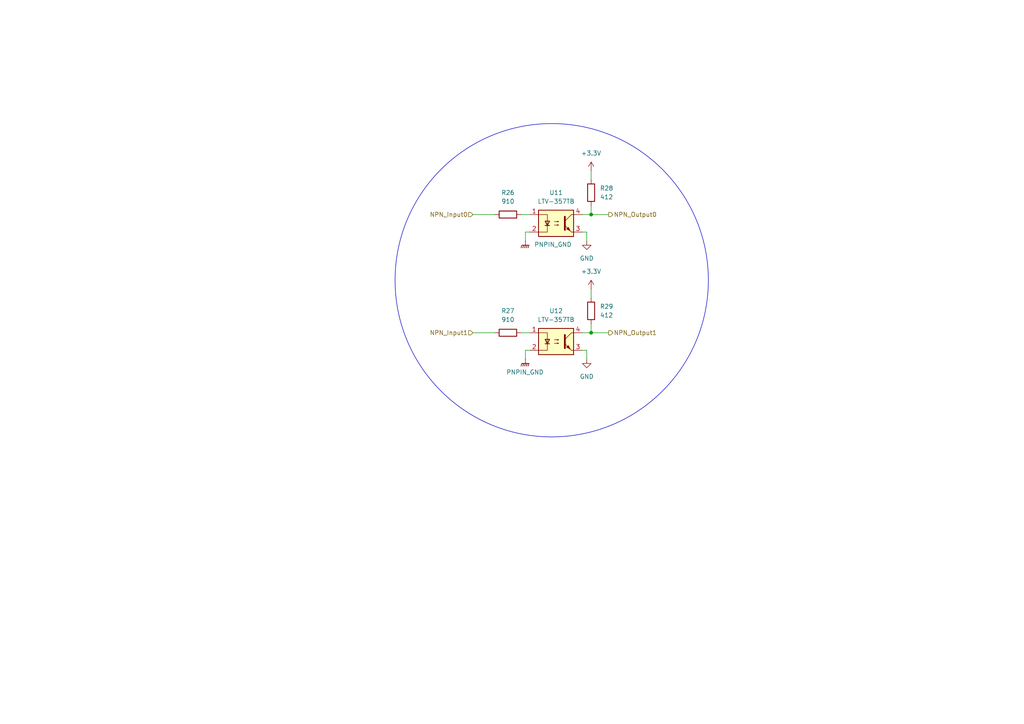
<source format=kicad_sch>
(kicad_sch (version 20250114) (generator "eeschema") (generator_version "9.0")
  (paper "A4")
  (lib_symbols
    (symbol "Device:R" (pin_numbers (hide yes)) (pin_names (offset 0))
      (property "Reference" "R" (at 2.032 0 90))
      (property "Value" "R" (at 0 0 90))
      (symbol "R_0_1"
        (rectangle (start -1.016 -2.54) (end 1.016 2.54) (stroke (width 0.254)))
      )
      (symbol "R_1_1"
        (pin passive line (at 0 3.81 270) (length 1.27) (name "~") (number "1"))
        (pin passive line (at 0 -3.81 90) (length 1.27) (name "~") (number "2"))
      )
    )
    (symbol "Isolator:LTV-357T" (pin_names (offset 1.016))
      (property "Reference" "U" (at -5.334 4.826 0))
      (property "Value" "LTV-357T" (at 0 5.08 0))
      (symbol "LTV-357T_0_1"
        (rectangle (start -5.08 3.81) (end 5.08 -3.81) (stroke (width 0.254)) (fill (type background)))
        (polyline (pts (xy -5.08 2.54) (xy -2.54 2.54) (xy -2.54 -0.762)))
        (polyline (pts (xy -3.175 -0.635) (xy -1.905 -0.635)) (stroke (width 0.254)))
        (polyline (pts (xy -2.54 -0.635) (xy -2.54 -2.54) (xy -5.08 -2.54)))
        (polyline (pts (xy -2.54 -0.635) (xy -3.175 0.635) (xy -1.905 0.635) (xy -2.54 -0.635)) (stroke (width 0.254)))
        (polyline (pts (xy -0.508 0.508) (xy 0.762 0.508) (xy 0.381 0.381) (xy 0.381 0.635) (xy 0.762 0.508)))
        (polyline (pts (xy -0.508 -0.508) (xy 0.762 -0.508) (xy 0.381 -0.635) (xy 0.381 -0.381) (xy 0.762 -0.508)))
        (polyline (pts (xy 2.54 1.905) (xy 2.54 -1.905) (xy 2.54 -1.905)) (stroke (width 0.508)))
        (polyline (pts (xy 2.54 0.635) (xy 4.445 2.54)))
        (polyline (pts (xy 3.048 -1.651) (xy 3.556 -1.143) (xy 4.064 -2.159) (xy 3.048 -1.651) (xy 3.048 -1.651)) (fill (type outline)))
        (polyline (pts (xy 4.445 2.54) (xy 5.08 2.54)))
        (polyline (pts (xy 4.445 -2.54) (xy 2.54 -0.635)) (fill (type outline)))
        (polyline (pts (xy 4.445 -2.54) (xy 5.08 -2.54)))
      )
      (symbol "LTV-357T_1_1"
        (pin passive line (at -7.62 2.54 0) (length 2.54) (name "~") (number "1"))
        (pin passive line (at -7.62 -2.54 0) (length 2.54) (name "~") (number "2"))
        (pin passive line (at 7.62 2.54 180) (length 2.54) (name "~") (number "4"))
        (pin passive line (at 7.62 -2.54 180) (length 2.54) (name "~") (number "3"))
      )
    )
    (symbol "power:+3.3V" (power) (pin_numbers (hide yes)) (pin_names (offset 0) (hide yes))
      (property "Value" "+3.3V" (at 0 3.556 0))
      (symbol "+3.3V_0_1"
        (polyline (pts (xy -0.762 1.27) (xy 0 2.54)))
        (polyline (pts (xy 0 2.54) (xy 0.762 1.27)))
        (polyline (pts (xy 0 0) (xy 0 2.54)))
      )
      (symbol "+3.3V_1_1"
        (pin power_in line (at 0 0 90) (length 0) (name "~") (number "1"))
      )
    )
    (symbol "power:GND" (power) (pin_numbers (hide yes)) (pin_names (offset 0) (hide yes))
      (property "Value" "GND" (at 0 -3.81 0))
      (symbol "GND_0_1"
        (polyline (pts (xy 0 0) (xy 0 -1.27) (xy 1.27 -1.27) (xy 0 -2.54) (xy -1.27 -1.27) (xy 0 -1.27)))
      )
      (symbol "GND_1_1"
        (pin power_in line (at 0 0 270) (length 0) (name "~") (number "1"))
      )
    )
    (symbol "power:GNDPWR" (power) (pin_numbers (hide yes)) (pin_names (offset 0) (hide yes))
      (property "Value" "GNDPWR" (at 0 -3.302 0))
      (symbol "GNDPWR_0_1"
        (polyline (pts (xy -1.016 -1.27) (xy -1.27 -2.032) (xy -1.27 -2.032)) (stroke (width 0.2032)))
        (polyline (pts (xy -0.508 -1.27) (xy -0.762 -2.032) (xy -0.762 -2.032)) (stroke (width 0.2032)))
        (polyline (pts (xy 0 -1.27) (xy 0 0)))
        (polyline (pts (xy 0 -1.27) (xy -0.254 -2.032) (xy -0.254 -2.032)) (stroke (width 0.2032)))
        (polyline (pts (xy 0.508 -1.27) (xy 0.254 -2.032) (xy 0.254 -2.032)) (stroke (width 0.2032)))
        (polyline (pts (xy 1.016 -1.27) (xy -1.016 -1.27) (xy -1.016 -1.27)) (stroke (width 0.2032)))
        (polyline (pts (xy 1.016 -1.27) (xy 0.762 -2.032) (xy 0.762 -2.032) (xy 0.762 -2.032)) (stroke (width 0.2032)))
      )
      (symbol "GNDPWR_1_1"
        (pin power_in line (at 0 0 270) (length 0) (name "~") (number "1"))
      )
    )
  )
  (circle (center 160.02 81.28) (radius 45.4369))
  (junction (at 171.45 62.23))
  (junction (at 171.45 96.52))
  (wire (pts (xy 168.91 62.23) (xy 171.45 62.23)))
  (wire (pts (xy 151.13 62.23) (xy 153.67 62.23)))
  (wire (pts (xy 168.91 101.6) (xy 170.18 101.6)))
  (wire (pts (xy 152.4 67.31) (xy 153.67 67.31)))
  (wire (pts (xy 168.91 96.52) (xy 171.45 96.52)))
  (wire (pts (xy 171.45 62.23) (xy 171.45 59.69)))
  (wire (pts (xy 171.45 96.52) (xy 171.45 93.98)))
  (wire (pts (xy 152.4 101.6) (xy 153.67 101.6)))
  (wire (pts (xy 137.16 96.52) (xy 143.51 96.52)))
  (wire (pts (xy 151.13 96.52) (xy 153.67 96.52)))
  (wire (pts (xy 152.4 69.85) (xy 152.4 67.31)))
  (wire (pts (xy 170.18 69.85) (xy 170.18 67.31)))
  (wire (pts (xy 171.45 62.23) (xy 176.53 62.23)))
  (wire (pts (xy 137.16 62.23) (xy 143.51 62.23)))
  (wire (pts (xy 168.91 67.31) (xy 170.18 67.31)))
  (wire (pts (xy 171.45 49.53) (xy 171.45 52.07)))
  (wire (pts (xy 171.45 83.82) (xy 171.45 86.36)))
  (wire (pts (xy 170.18 104.14) (xy 170.18 101.6)))
  (wire (pts (xy 152.4 104.14) (xy 152.4 101.6)))
  (wire (pts (xy 171.45 96.52) (xy 176.53 96.52)))
  (hierarchical_label "NPN_Input1" (shape input) (at 137.16 96.52 180))
  (hierarchical_label "NPN_Input0" (shape input) (at 137.16 62.23 180))
  (hierarchical_label "NPN_Output1" (shape output) (at 176.53 96.52 0))
  (hierarchical_label "NPN_Output0" (shape output) (at 176.53 62.23 0))
  (symbol (lib_id "Isolator:LTV-357T") (at 161.29 99.06 0) (unit 1)
    (property "Reference" "U12" (at 161.29 90.17 0))
    (property "Value" "LTV-357TB" (at 161.29 92.71 0))
    (property "Footprint" "Package_SO:SO-4_4.4x3.6mm_P2.54mm" (effects (hide yes)))
    (property "Datasheet" "https://www.buerklin.com/medias/sys_master/download/download/h91/ha0/8892020588574.pdf" (effects (hide yes)))
    (property "Description" "DC Optocoupler, Vce 35V, CTR 50%, SO-4" (effects (hide yes)))
    (instances (project "NIVARA" (path "" (reference "U12") (unit 1))) (project "NIVARA_ZorionX_BOARD" (path "" (reference "U?") (unit 1))))
  )
  (symbol (lib_id "power:GND") (at 170.18 69.85 0) (unit 1)
    (property "Reference" "#PWR057" (effects (hide yes)))
    (property "Value" "GND" (at 170.18 74.93 0))
    (property "Description" "Power symbol creates a global label with name \"GND\" , ground" (effects (hide yes)))
    (instances (project "NIVARA" (path "" (reference "#PWR057") (unit 1))) (project "NIVARA_ZorionX_BOARD" (path "" (reference "#PWR?") (unit 1))))
  )
  (symbol (lib_id "power:GND") (at 170.18 104.14 0) (unit 1)
    (property "Reference" "#PWR058" (effects (hide yes)))
    (property "Value" "GND" (at 170.18 109.22 0))
    (property "Description" "Power symbol creates a global label with name \"GND\" , ground" (effects (hide yes)))
    (instances (project "NIVARA" (path "" (reference "#PWR058") (unit 1))) (project "NIVARA_ZorionX_BOARD" (path "" (reference "#PWR?") (unit 1))))
  )
  (symbol (lib_id "power:GNDPWR") (at 152.4 69.85 0) (unit 1)
    (property "Reference" "#PWR055" (effects (hide yes)))
    (property "Value" "PNPIN_GND" (at 154.94 70.9167 0) (effects (justify left)))
    (property "Description" "Power symbol creates a global label with name \"GNDPWR\" , global ground" (effects (hide yes)))
    (instances (project "NIVARA" (path "" (reference "#PWR055") (unit 1))) (project "NIVARA_ZorionX_BOARD" (path "" (reference "#PWR?") (unit 1))))
  )
  (symbol (lib_id "Isolator:LTV-357T") (at 161.29 64.77 0) (unit 1)
    (property "Reference" "U11" (at 161.29 55.88 0))
    (property "Value" "LTV-357TB" (at 161.29 58.42 0))
    (property "Footprint" "Package_SO:SO-4_4.4x3.6mm_P2.54mm" (effects (hide yes)))
    (property "Datasheet" "https://www.buerklin.com/medias/sys_master/download/download/h91/ha0/8892020588574.pdf" (effects (hide yes)))
    (property "Description" "DC Optocoupler, Vce 35V, CTR 50%, SO-4" (effects (hide yes)))
    (instances (project "NIVARA" (path "" (reference "U11") (unit 1))) (project "NIVARA_ZorionX_BOARD" (path "" (reference "U?") (unit 1))))
  )
  (symbol (lib_id "Device:R") (at 171.45 55.88 180) (unit 1)
    (property "Reference" "R28" (at 173.99 54.6099 0) (effects (justify right)))
    (property "Value" "412" (at 173.99 57.1499 0) (effects (justify right)))
    (property "Footprint" "Resistor_SMD:R_0603_1608Metric" (effects (hide yes)))
    (property "Description" "Resistor" (effects (hide yes)))
    (instances (project "NIVARA" (path "" (reference "R28") (unit 1))) (project "NIVARA_ZorionX_BOARD" (path "" (reference "R?") (unit 1))))
  )
  (symbol (lib_id "Device:R") (at 147.32 62.23 90) (unit 1)
    (property "Reference" "R26" (at 147.32 55.88 90))
    (property "Value" "910" (at 147.32 58.42 90))
    (property "Footprint" "Resistor_SMD:R_0603_1608Metric" (effects (hide yes)))
    (property "Description" "Resistor" (effects (hide yes)))
    (property "LCSC#" "C114670" (effects (hide yes)))
    (instances (project "NIVARA" (path "" (reference "R26") (unit 1))) (project "NIVARA_ZorionX_BOARD" (path "" (reference "R?") (unit 1))))
  )
  (symbol (lib_id "power:+3.3V") (at 171.45 83.82 0) (unit 1)
    (property "Reference" "#PWR060" (effects (hide yes)))
    (property "Value" "+3.3V" (at 171.45 78.74 0))
    (property "Description" "Power symbol creates a global label with name \"+3.3V\"" (effects (hide yes)))
    (instances (project "NIVARA" (path "" (reference "#PWR060") (unit 1))) (project "NIVARA_ZorionX_BOARD" (path "" (reference "#PWR?") (unit 1))))
  )
  (symbol (lib_id "Device:R") (at 171.45 90.17 180) (unit 1)
    (property "Reference" "R29" (at 173.99 88.8999 0) (effects (justify right)))
    (property "Value" "412" (at 173.99 91.4399 0) (effects (justify right)))
    (property "Footprint" "Resistor_SMD:R_0603_1608Metric" (effects (hide yes)))
    (property "Description" "Resistor" (effects (hide yes)))
    (instances (project "NIVARA" (path "" (reference "R29") (unit 1))) (project "NIVARA_ZorionX_BOARD" (path "" (reference "R?") (unit 1))))
  )
  (symbol (lib_id "power:GNDPWR") (at 152.4 104.14 0) (unit 1)
    (property "Reference" "#PWR056" (effects (hide yes)))
    (property "Value" "PNPIN_GND" (at 152.273 107.95 0))
    (property "Description" "Power symbol creates a global label with name \"GNDPWR\" , global ground" (effects (hide yes)))
    (instances (project "NIVARA" (path "" (reference "#PWR056") (unit 1))) (project "NIVARA_ZorionX_BOARD" (path "" (reference "#PWR?") (unit 1))))
  )
  (symbol (lib_id "power:+3.3V") (at 171.45 49.53 0) (unit 1)
    (property "Reference" "#PWR059" (effects (hide yes)))
    (property "Value" "+3.3V" (at 171.45 44.45 0))
    (property "Description" "Power symbol creates a global label with name \"+3.3V\"" (effects (hide yes)))
    (instances (project "NIVARA" (path "" (reference "#PWR059") (unit 1))) (project "NIVARA_ZorionX_BOARD" (path "" (reference "#PWR?") (unit 1))))
  )
  (symbol (lib_id "Device:R") (at 147.32 96.52 90) (unit 1)
    (property "Reference" "R27" (at 147.32 90.17 90))
    (property "Value" "910" (at 147.32 92.71 90))
    (property "Footprint" "Resistor_SMD:R_0603_1608Metric" (effects (hide yes)))
    (property "Description" "Resistor" (effects (hide yes)))
    (property "LCSC#" "C114670" (effects (hide yes)))
    (instances (project "NIVARA" (path "" (reference "R27") (unit 1))) (project "NIVARA_ZorionX_BOARD" (path "" (reference "R?") (unit 1))))
  )
)
</source>
